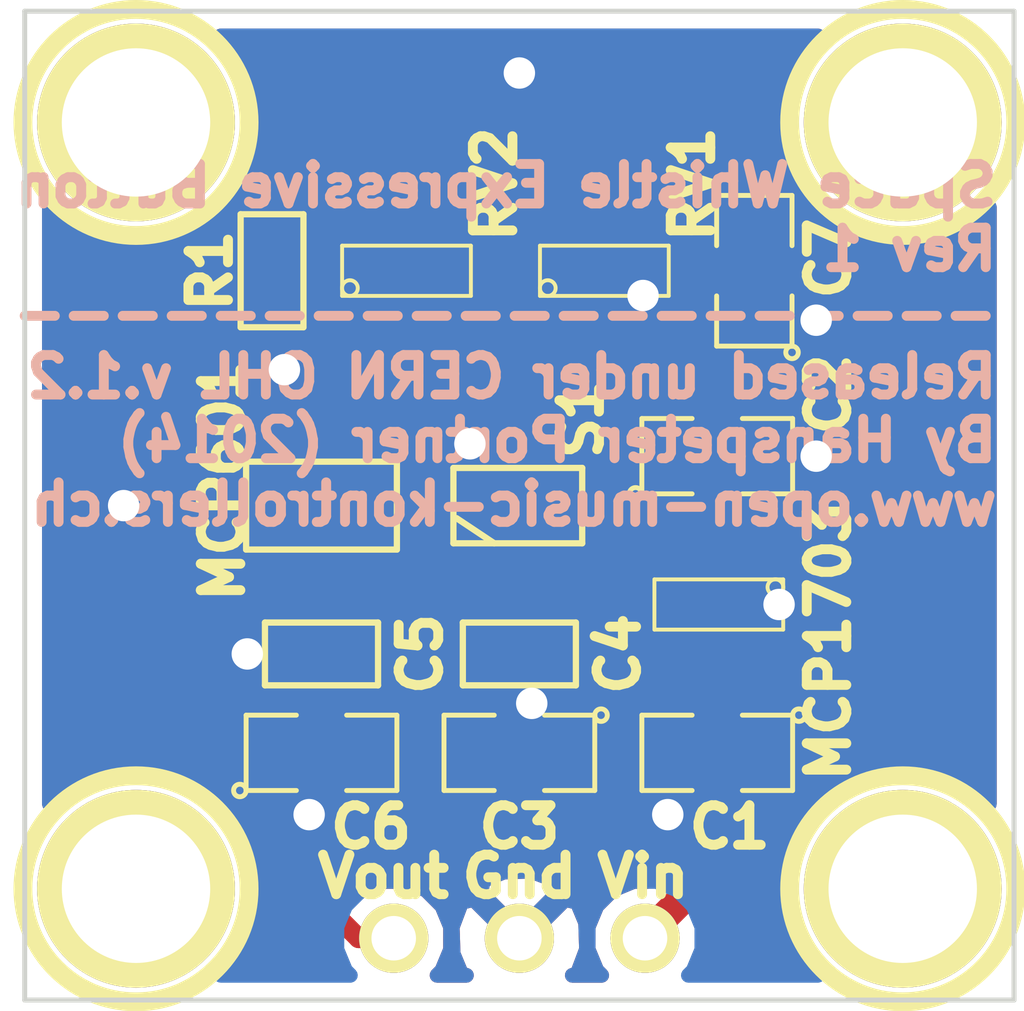
<source format=kicad_pcb>
(kicad_pcb (version 3) (host pcbnew "(2013-may-18)-stable")

  (general
    (links 29)
    (no_connects 0)
    (area 11.519499 10.313 32.480501 34.57397)
    (thickness 1.6)
    (drawings 8)
    (tracks 91)
    (zones 0)
    (modules 18)
    (nets 8)
  )

  (page User 431.8 279.4)
  (title_block 
    (title "Space Whistle Expressive Button")
    (rev 1)
    (company "by Open Music Kontrollers (http://open-music-kontrollers.ch)")
    (comment 1 "Released under CERN OHL v.1.2")
    (comment 2 "Copyright (c) 2014 Hanspeter Portner (dev@open-music-kontrollers.ch)")
  )

  (layers
    (15 F.Cu signal)
    (0 B.Cu signal)
    (16 B.Adhes user)
    (17 F.Adhes user)
    (18 B.Paste user)
    (19 F.Paste user)
    (20 B.SilkS user)
    (21 F.SilkS user)
    (22 B.Mask user)
    (23 F.Mask user)
    (24 Dwgs.User user)
    (25 Cmts.User user)
    (26 Eco1.User user)
    (27 Eco2.User user)
    (28 Edge.Cuts user)
  )

  (setup
    (last_trace_width 0.4)
    (trace_clearance 0.254)
    (zone_clearance 0.3)
    (zone_45_only no)
    (trace_min 0.254)
    (segment_width 0.2)
    (edge_width 0.1)
    (via_size 0.889)
    (via_drill 0.635)
    (via_min_size 0.889)
    (via_min_drill 0.508)
    (uvia_size 0.508)
    (uvia_drill 0.127)
    (uvias_allowed no)
    (uvia_min_size 0.508)
    (uvia_min_drill 0.127)
    (pcb_text_width 0.3)
    (pcb_text_size 1.5 1.5)
    (mod_edge_width 0.15)
    (mod_text_size 1 1)
    (mod_text_width 0.15)
    (pad_size 0.6 1.1)
    (pad_drill 0)
    (pad_to_mask_clearance 0)
    (pad_to_paste_clearance -0.0225)
    (pad_to_paste_clearance_ratio -0.05)
    (aux_axis_origin 12 12)
    (visible_elements FFFFFFBF)
    (pcbplotparams
      (layerselection 524288)
      (usegerberextensions false)
      (excludeedgelayer true)
      (linewidth 0.150000)
      (plotframeref false)
      (viasonmask false)
      (mode 1)
      (useauxorigin true)
      (hpglpennumber 1)
      (hpglpenspeed 20)
      (hpglpendiameter 15)
      (hpglpenoverlay 2)
      (psnegative false)
      (psa4output false)
      (plotreference true)
      (plotvalue true)
      (plotothertext true)
      (plotinvisibletext false)
      (padsonsilk false)
      (subtractmaskfromsilk false)
      (outputformat 3)
      (mirror false)
      (drillshape 0)
      (scaleselection 1)
      (outputdirectory release/))
  )

  (net 0 "")
  (net 1 +3.3V)
  (net 2 +5V)
  (net 3 GND)
  (net 4 N-000001)
  (net 5 N-000004)
  (net 6 N-000006)
  (net 7 N-000009)

  (net_class Default "Dies ist die voreingestellte Netzklasse."
    (clearance 0.254)
    (trace_width 0.4)
    (via_dia 0.889)
    (via_drill 0.635)
    (uvia_dia 0.508)
    (uvia_drill 0.127)
    (add_net "")
    (add_net GND)
    (add_net N-000001)
    (add_net N-000004)
    (add_net N-000006)
    (add_net N-000009)
  )

  (net_class Vcc ""
    (clearance 0.254)
    (trace_width 0.6)
    (via_dia 0.889)
    (via_drill 0.635)
    (uvia_dia 0.508)
    (uvia_drill 0.127)
    (add_net +3.3V)
    (add_net +5V)
  )

  (module SOT23-5 (layer F.Cu) (tedit 53D790C5) (tstamp 53D37949)
    (at 18 22 180)
    (path /53CE8D39)
    (attr smd)
    (fp_text reference U2 (at 2.19964 -0.29972 270) (layer F.SilkS) hide
      (effects (font (size 0.8 0.8) (thickness 0.2)))
    )
    (fp_text value MCP601 (at 2 0.5 270) (layer F.SilkS)
      (effects (font (size 0.8 0.8) (thickness 0.2)))
    )
    (fp_line (start 1.524 -0.889) (end 1.524 0.889) (layer F.SilkS) (width 0.127))
    (fp_line (start 1.524 0.889) (end -1.524 0.889) (layer F.SilkS) (width 0.127))
    (fp_line (start -1.524 0.889) (end -1.524 -0.889) (layer F.SilkS) (width 0.127))
    (fp_line (start -1.524 -0.889) (end 1.524 -0.889) (layer F.SilkS) (width 0.127))
    (pad 6 smd rect (at -0.95 1.4 180) (size 0.6 1.1)
      (layers F.Cu F.Paste F.Mask)
      (net 4 N-000001)
    )
    (pad 3 smd rect (at 0.95 1.4 180) (size 0.6 1.1)
      (layers F.Cu F.Paste F.Mask)
      (net 7 N-000009)
    )
    (pad 7 smd rect (at -0.95 -1.4 180) (size 0.6 1.1)
      (layers F.Cu F.Paste F.Mask)
      (net 1 +3.3V)
    )
    (pad 4 smd rect (at 0 1.4 180) (size 0.6 1.1)
      (layers F.Cu F.Paste F.Mask)
      (net 3 GND)
    )
    (pad 2 smd rect (at 0.95 -1.4 180) (size 0.6 1.1)
      (layers F.Cu F.Paste F.Mask)
      (net 6 N-000006)
    )
    (model smd/SOT23_5.wrl
      (at (xyz 0 0 0))
      (scale (xyz 0.1 0.1 0.1))
      (rotate (xyz 0 0 0))
    )
  )

  (module SIL-3 (layer F.Cu) (tedit 53D66564) (tstamp 53CE9FBA)
    (at 22 30.75 180)
    (descr "Connecteur 3 pins")
    (tags "CONN DEV")
    (path /53CE9026)
    (fp_text reference K1 (at 0 -2.54 180) (layer F.SilkS) hide
      (effects (font (size 1.7907 1.07696) (thickness 0.26924)))
    )
    (fp_text value CONN_3 (at 0 -2.54 180) (layer F.SilkS) hide
      (effects (font (size 1.524 1.016) (thickness 0.3048)))
    )
    (pad 1 thru_hole circle (at -2.54 0 180) (size 1.4 1.4) (drill 0.9)
      (layers *.Cu *.Mask F.SilkS)
      (net 2 +5V)
    )
    (pad 2 thru_hole circle (at 0 0 180) (size 1.4 1.4) (drill 0.9)
      (layers *.Cu *.Mask F.SilkS)
      (net 3 GND)
    )
    (pad 3 thru_hole circle (at 2.54 0 180) (size 1.4 1.4) (drill 0.9)
      (layers *.Cu *.Mask F.SilkS)
      (net 4 N-000001)
    )
  )

  (module SOT23 (layer F.Cu) (tedit 53D6AFDC) (tstamp 53CE9F2B)
    (at 26 24 180)
    (tags SOT23)
    (path /53CE8DFC)
    (fp_text reference U1 (at 1.99898 -0.09906 270) (layer F.SilkS) hide
      (effects (font (size 0.8 0.8) (thickness 0.2)))
    )
    (fp_text value MCP1703 (at -2.25 -0.75 270) (layer F.SilkS)
      (effects (font (size 0.8 0.8) (thickness 0.2)))
    )
    (fp_circle (center -1.17602 0.35052) (end -1.30048 0.44958) (layer F.SilkS) (width 0.07874))
    (fp_line (start 1.27 -0.508) (end 1.27 0.508) (layer F.SilkS) (width 0.07874))
    (fp_line (start -1.3335 -0.508) (end -1.3335 0.508) (layer F.SilkS) (width 0.07874))
    (fp_line (start 1.27 0.508) (end -1.3335 0.508) (layer F.SilkS) (width 0.07874))
    (fp_line (start -1.3335 -0.508) (end 1.27 -0.508) (layer F.SilkS) (width 0.07874))
    (pad 1 smd rect (at 0 -1.09982 180) (size 0.8001 1.00076)
      (layers F.Cu F.Paste F.Mask)
      (net 2 +5V)
    )
    (pad 2 smd rect (at 0.9525 1.09982 180) (size 0.8001 1.00076)
      (layers F.Cu F.Paste F.Mask)
      (net 1 +3.3V)
    )
    (pad 3 smd rect (at -0.9525 1.09982 180) (size 0.8001 1.00076)
      (layers F.Cu F.Paste F.Mask)
      (net 3 GND)
    )
    (model smd\SOT23_3.wrl
      (at (xyz 0 0 0))
      (scale (xyz 0.4 0.4 0.4))
      (rotate (xyz 0 0 180))
    )
  )

  (module SM0805 (layer F.Cu) (tedit 53D66531) (tstamp 53CE9F76)
    (at 26.75 17.25 90)
    (path /53CE912B)
    (attr smd)
    (fp_text reference C7 (at 0.25 1.5 90) (layer F.SilkS)
      (effects (font (size 0.8 0.8) (thickness 0.2)))
    )
    (fp_text value 1uF (at 0 0.381 90) (layer F.SilkS) hide
      (effects (font (size 0.8 0.8) (thickness 0.2)))
    )
    (fp_circle (center -1.651 0.762) (end -1.651 0.635) (layer F.SilkS) (width 0.09906))
    (fp_line (start -0.508 0.762) (end -1.524 0.762) (layer F.SilkS) (width 0.09906))
    (fp_line (start -1.524 0.762) (end -1.524 -0.762) (layer F.SilkS) (width 0.09906))
    (fp_line (start -1.524 -0.762) (end -0.508 -0.762) (layer F.SilkS) (width 0.09906))
    (fp_line (start 0.508 -0.762) (end 1.524 -0.762) (layer F.SilkS) (width 0.09906))
    (fp_line (start 1.524 -0.762) (end 1.524 0.762) (layer F.SilkS) (width 0.09906))
    (fp_line (start 1.524 0.762) (end 0.508 0.762) (layer F.SilkS) (width 0.09906))
    (pad 1 smd rect (at -0.9525 0 90) (size 0.889 1.397)
      (layers F.Cu F.Paste F.Mask)
      (net 3 GND)
    )
    (pad 2 smd rect (at 0.9525 0 90) (size 0.889 1.397)
      (layers F.Cu F.Paste F.Mask)
      (net 5 N-000004)
    )
    (model smd/chip_cms.wrl
      (at (xyz 0 0 0))
      (scale (xyz 0.1 0.1 0.1))
      (rotate (xyz 0 0 0))
    )
  )

  (module SM0805 (layer F.Cu) (tedit 53D66083) (tstamp 53D6BACD)
    (at 22 27 180)
    (path /53CE9158)
    (attr smd)
    (fp_text reference C3 (at 0 -1.5 180) (layer F.SilkS)
      (effects (font (size 0.8 0.8) (thickness 0.2)))
    )
    (fp_text value 1uF (at 0 0.381 270) (layer F.SilkS) hide
      (effects (font (size 0.8 0.8) (thickness 0.2)))
    )
    (fp_circle (center -1.651 0.762) (end -1.651 0.635) (layer F.SilkS) (width 0.09906))
    (fp_line (start -0.508 0.762) (end -1.524 0.762) (layer F.SilkS) (width 0.09906))
    (fp_line (start -1.524 0.762) (end -1.524 -0.762) (layer F.SilkS) (width 0.09906))
    (fp_line (start -1.524 -0.762) (end -0.508 -0.762) (layer F.SilkS) (width 0.09906))
    (fp_line (start 0.508 -0.762) (end 1.524 -0.762) (layer F.SilkS) (width 0.09906))
    (fp_line (start 1.524 -0.762) (end 1.524 0.762) (layer F.SilkS) (width 0.09906))
    (fp_line (start 1.524 0.762) (end 0.508 0.762) (layer F.SilkS) (width 0.09906))
    (pad 1 smd rect (at -0.9525 0 180) (size 0.889 1.397)
      (layers F.Cu F.Paste F.Mask)
      (net 3 GND)
    )
    (pad 2 smd rect (at 0.9525 0 180) (size 0.889 1.397)
      (layers F.Cu F.Paste F.Mask)
      (net 1 +3.3V)
    )
    (model smd/chip_cms.wrl
      (at (xyz 0 0 0))
      (scale (xyz 0.1 0.1 0.1))
      (rotate (xyz 0 0 0))
    )
  )

  (module SM0805 (layer F.Cu) (tedit 53D6651F) (tstamp 53D6BAA3)
    (at 18 27)
    (path /53CE9167)
    (attr smd)
    (fp_text reference C6 (at 1 1.5) (layer F.SilkS)
      (effects (font (size 0.8 0.8) (thickness 0.2)))
    )
    (fp_text value 1uF (at 0 0.381) (layer F.SilkS) hide
      (effects (font (size 0.8 0.8) (thickness 0.2)))
    )
    (fp_circle (center -1.651 0.762) (end -1.651 0.635) (layer F.SilkS) (width 0.09906))
    (fp_line (start -0.508 0.762) (end -1.524 0.762) (layer F.SilkS) (width 0.09906))
    (fp_line (start -1.524 0.762) (end -1.524 -0.762) (layer F.SilkS) (width 0.09906))
    (fp_line (start -1.524 -0.762) (end -0.508 -0.762) (layer F.SilkS) (width 0.09906))
    (fp_line (start 0.508 -0.762) (end 1.524 -0.762) (layer F.SilkS) (width 0.09906))
    (fp_line (start 1.524 -0.762) (end 1.524 0.762) (layer F.SilkS) (width 0.09906))
    (fp_line (start 1.524 0.762) (end 0.508 0.762) (layer F.SilkS) (width 0.09906))
    (pad 1 smd rect (at -0.9525 0) (size 0.889 1.397)
      (layers F.Cu F.Paste F.Mask)
      (net 3 GND)
    )
    (pad 2 smd rect (at 0.9525 0) (size 0.889 1.397)
      (layers F.Cu F.Paste F.Mask)
      (net 1 +3.3V)
    )
    (model smd/chip_cms.wrl
      (at (xyz 0 0 0))
      (scale (xyz 0.1 0.1 0.1))
      (rotate (xyz 0 0 0))
    )
  )

  (module SM0603 (layer F.Cu) (tedit 53D6612F) (tstamp 53CE9F9A)
    (at 22 25 180)
    (path /53CE8FCC)
    (attr smd)
    (fp_text reference C4 (at -2 0 270) (layer F.SilkS)
      (effects (font (size 0.8 0.8) (thickness 0.2)))
    )
    (fp_text value 0.1uF (at 0 0 180) (layer F.SilkS) hide
      (effects (font (size 0.508 0.4572) (thickness 0.1143)))
    )
    (fp_line (start -1.143 -0.635) (end 1.143 -0.635) (layer F.SilkS) (width 0.127))
    (fp_line (start 1.143 -0.635) (end 1.143 0.635) (layer F.SilkS) (width 0.127))
    (fp_line (start 1.143 0.635) (end -1.143 0.635) (layer F.SilkS) (width 0.127))
    (fp_line (start -1.143 0.635) (end -1.143 -0.635) (layer F.SilkS) (width 0.127))
    (pad 1 smd rect (at -0.762 0 180) (size 0.635 1.143)
      (layers F.Cu F.Paste F.Mask)
      (net 3 GND)
    )
    (pad 2 smd rect (at 0.762 0 180) (size 0.635 1.143)
      (layers F.Cu F.Paste F.Mask)
      (net 1 +3.3V)
    )
    (model smd\resistors\R0603.wrl
      (at (xyz 0 0 0.001))
      (scale (xyz 0.5 0.5 0.5))
      (rotate (xyz 0 0 0))
    )
  )

  (module SM0603 (layer F.Cu) (tedit 53D66134) (tstamp 53D37927)
    (at 18 25)
    (path /53CE8FEF)
    (attr smd)
    (fp_text reference C5 (at 2 0 90) (layer F.SilkS)
      (effects (font (size 0.8 0.8) (thickness 0.2)))
    )
    (fp_text value 0.1uF (at 0 0) (layer F.SilkS) hide
      (effects (font (size 0.508 0.4572) (thickness 0.1143)))
    )
    (fp_line (start -1.143 -0.635) (end 1.143 -0.635) (layer F.SilkS) (width 0.127))
    (fp_line (start 1.143 -0.635) (end 1.143 0.635) (layer F.SilkS) (width 0.127))
    (fp_line (start 1.143 0.635) (end -1.143 0.635) (layer F.SilkS) (width 0.127))
    (fp_line (start -1.143 0.635) (end -1.143 -0.635) (layer F.SilkS) (width 0.127))
    (pad 1 smd rect (at -0.762 0) (size 0.635 1.143)
      (layers F.Cu F.Paste F.Mask)
      (net 3 GND)
    )
    (pad 2 smd rect (at 0.762 0) (size 0.635 1.143)
      (layers F.Cu F.Paste F.Mask)
      (net 1 +3.3V)
    )
    (model smd\resistors\R0603.wrl
      (at (xyz 0 0 0.001))
      (scale (xyz 0.5 0.5 0.5))
      (rotate (xyz 0 0 0))
    )
  )

  (module SM0603 (layer F.Cu) (tedit 53D661A8) (tstamp 53CE9FAE)
    (at 17 17.25 270)
    (path /53CE90E8)
    (attr smd)
    (fp_text reference R1 (at 0 1.25 270) (layer F.SilkS)
      (effects (font (size 0.8 0.8) (thickness 0.2)))
    )
    (fp_text value 20k (at 0 0 270) (layer F.SilkS) hide
      (effects (font (size 0.508 0.4572) (thickness 0.1143)))
    )
    (fp_line (start -1.143 -0.635) (end 1.143 -0.635) (layer F.SilkS) (width 0.127))
    (fp_line (start 1.143 -0.635) (end 1.143 0.635) (layer F.SilkS) (width 0.127))
    (fp_line (start 1.143 0.635) (end -1.143 0.635) (layer F.SilkS) (width 0.127))
    (fp_line (start -1.143 0.635) (end -1.143 -0.635) (layer F.SilkS) (width 0.127))
    (pad 1 smd rect (at -0.762 0 270) (size 0.635 1.143)
      (layers F.Cu F.Paste F.Mask)
      (net 5 N-000004)
    )
    (pad 2 smd rect (at 0.762 0 270) (size 0.635 1.143)
      (layers F.Cu F.Paste F.Mask)
      (net 6 N-000006)
    )
    (model smd\resistors\R0603.wrl
      (at (xyz 0 0 0.001))
      (scale (xyz 0.5 0.5 0.5))
      (rotate (xyz 0 0 0))
    )
  )

  (module SOT23W (layer F.Cu) (tedit 53D661C7) (tstamp 53CE9F37)
    (at 22 22)
    (tags SOT23)
    (path /53CE8E13)
    (fp_text reference S1 (at 1.25 -1.75 90) (layer F.SilkS)
      (effects (font (size 0.8 0.8) (thickness 0.2)))
    )
    (fp_text value A1304 (at 0.0635 0) (layer F.SilkS) hide
      (effects (font (size 0.39878 0.39878) (thickness 0.09906)))
    )
    (fp_line (start -0.508 0.762) (end -1.27 0.254) (layer F.SilkS) (width 0.127))
    (fp_line (start 1.27 0.762) (end -1.3335 0.762) (layer F.SilkS) (width 0.127))
    (fp_line (start -1.3335 0.762) (end -1.3335 -0.762) (layer F.SilkS) (width 0.127))
    (fp_line (start -1.3335 -0.762) (end 1.27 -0.762) (layer F.SilkS) (width 0.127))
    (fp_line (start 1.27 -0.762) (end 1.27 0.762) (layer F.SilkS) (width 0.127))
    (pad 2 smd rect (at 0 -1.19888) (size 0.89916 1.30048)
      (layers F.Cu F.Paste F.Mask)
      (net 3 GND)
    )
    (pad 3 smd rect (at 0.94996 1.19888) (size 0.89916 1.30048)
      (layers F.Cu F.Paste F.Mask)
      (net 7 N-000009)
    )
    (pad 1 smd rect (at -0.94996 1.19888) (size 0.89916 1.30048)
      (layers F.Cu F.Paste F.Mask)
      (net 1 +3.3V)
    )
    (model smd\SOT23_3.wrl
      (at (xyz 0 0 0))
      (scale (xyz 0.4 0.4 0.4))
      (rotate (xyz 0 0 180))
    )
  )

  (module SMT_TRIMPOT (layer F.Cu) (tedit 53D66191) (tstamp 53CE9F43)
    (at 23.75 17.25)
    (tags SOT23)
    (path /53CE9085)
    (fp_text reference RV1 (at 1.75 -1.75 90) (layer F.SilkS)
      (effects (font (size 0.8 0.8) (thickness 0.2)))
    )
    (fp_text value 5k (at 0.0635 0) (layer F.SilkS) hide
      (effects (font (size 0.8 0.8) (thickness 0.2)))
    )
    (fp_circle (center -1.17602 0.35052) (end -1.30048 0.44958) (layer F.SilkS) (width 0.07874))
    (fp_line (start 1.27 -0.508) (end 1.27 0.508) (layer F.SilkS) (width 0.07874))
    (fp_line (start -1.3335 -0.508) (end -1.3335 0.508) (layer F.SilkS) (width 0.07874))
    (fp_line (start 1.27 0.508) (end -1.3335 0.508) (layer F.SilkS) (width 0.07874))
    (fp_line (start -1.3335 -0.508) (end 1.27 -0.508) (layer F.SilkS) (width 0.07874))
    (pad 2 smd rect (at 0 -1.65) (size 1.6 1.5)
      (layers F.Cu F.Paste F.Mask)
      (net 5 N-000004)
    )
    (pad 3 smd rect (at 1 1.6) (size 1.2 1.2)
      (layers F.Cu F.Paste F.Mask)
      (net 3 GND)
    )
    (pad 1 smd rect (at -1 1.6) (size 1.2 1.2)
      (layers F.Cu F.Paste F.Mask)
      (net 1 +3.3V)
    )
    (model smd\SOT23_3.wrl
      (at (xyz 0 0 0))
      (scale (xyz 0.4 0.4 0.4))
      (rotate (xyz 0 0 180))
    )
  )

  (module SMT_TRIMPOT (layer F.Cu) (tedit 53D6618E) (tstamp 53D3796B)
    (at 19.75 17.25)
    (tags SOT23)
    (path /53CE90BC)
    (fp_text reference RV2 (at 1.75 -1.75 90) (layer F.SilkS)
      (effects (font (size 0.8 0.8) (thickness 0.2)))
    )
    (fp_text value 200k (at 0.0635 0) (layer F.SilkS) hide
      (effects (font (size 0.8 0.8) (thickness 0.2)))
    )
    (fp_circle (center -1.17602 0.35052) (end -1.30048 0.44958) (layer F.SilkS) (width 0.07874))
    (fp_line (start 1.27 -0.508) (end 1.27 0.508) (layer F.SilkS) (width 0.07874))
    (fp_line (start -1.3335 -0.508) (end -1.3335 0.508) (layer F.SilkS) (width 0.07874))
    (fp_line (start 1.27 0.508) (end -1.3335 0.508) (layer F.SilkS) (width 0.07874))
    (fp_line (start -1.3335 -0.508) (end 1.27 -0.508) (layer F.SilkS) (width 0.07874))
    (pad 2 smd rect (at 0 -1.65) (size 1.6 1.5)
      (layers F.Cu F.Paste F.Mask)
      (net 4 N-000001)
    )
    (pad 3 smd rect (at 1 1.6) (size 1.2 1.2)
      (layers F.Cu F.Paste F.Mask)
      (net 4 N-000001)
    )
    (pad 1 smd rect (at -1 1.6) (size 1.2 1.2)
      (layers F.Cu F.Paste F.Mask)
      (net 6 N-000006)
    )
    (model smd\SOT23_3.wrl
      (at (xyz 0 0 0))
      (scale (xyz 0.4 0.4 0.4))
      (rotate (xyz 0 0 180))
    )
  )

  (module SM0805 (layer F.Cu) (tedit 53D66524) (tstamp 53D6BABF)
    (at 26 27 180)
    (path /53CE8F5B)
    (attr smd)
    (fp_text reference C1 (at -0.25 -1.5 180) (layer F.SilkS)
      (effects (font (size 0.8 0.8) (thickness 0.2)))
    )
    (fp_text value 10uF (at 0 0.381 180) (layer F.SilkS) hide
      (effects (font (size 0.8 0.8) (thickness 0.2)))
    )
    (fp_circle (center -1.651 0.762) (end -1.651 0.635) (layer F.SilkS) (width 0.09906))
    (fp_line (start -0.508 0.762) (end -1.524 0.762) (layer F.SilkS) (width 0.09906))
    (fp_line (start -1.524 0.762) (end -1.524 -0.762) (layer F.SilkS) (width 0.09906))
    (fp_line (start -1.524 -0.762) (end -0.508 -0.762) (layer F.SilkS) (width 0.09906))
    (fp_line (start 0.508 -0.762) (end 1.524 -0.762) (layer F.SilkS) (width 0.09906))
    (fp_line (start 1.524 -0.762) (end 1.524 0.762) (layer F.SilkS) (width 0.09906))
    (fp_line (start 1.524 0.762) (end 0.508 0.762) (layer F.SilkS) (width 0.09906))
    (pad 1 smd rect (at -0.9525 0 180) (size 0.889 1.397)
      (layers F.Cu F.Paste F.Mask)
      (net 2 +5V)
    )
    (pad 2 smd rect (at 0.9525 0 180) (size 0.889 1.397)
      (layers F.Cu F.Paste F.Mask)
      (net 3 GND)
    )
    (model smd/chip_cms.wrl
      (at (xyz 0 0 0))
      (scale (xyz 0.1 0.1 0.1))
      (rotate (xyz 0 0 0))
    )
  )

  (module SM0805 (layer F.Cu) (tedit 53D66534) (tstamp 53CE9F69)
    (at 26 21)
    (path /53CE8F6A)
    (attr smd)
    (fp_text reference C2 (at 2.25 -1.25 90) (layer F.SilkS)
      (effects (font (size 0.8 0.8) (thickness 0.2)))
    )
    (fp_text value 10uF (at 0 0.381) (layer F.SilkS) hide
      (effects (font (size 0.8 0.8) (thickness 0.2)))
    )
    (fp_circle (center -1.651 0.762) (end -1.651 0.635) (layer F.SilkS) (width 0.09906))
    (fp_line (start -0.508 0.762) (end -1.524 0.762) (layer F.SilkS) (width 0.09906))
    (fp_line (start -1.524 0.762) (end -1.524 -0.762) (layer F.SilkS) (width 0.09906))
    (fp_line (start -1.524 -0.762) (end -0.508 -0.762) (layer F.SilkS) (width 0.09906))
    (fp_line (start 0.508 -0.762) (end 1.524 -0.762) (layer F.SilkS) (width 0.09906))
    (fp_line (start 1.524 -0.762) (end 1.524 0.762) (layer F.SilkS) (width 0.09906))
    (fp_line (start 1.524 0.762) (end 0.508 0.762) (layer F.SilkS) (width 0.09906))
    (pad 1 smd rect (at -0.9525 0) (size 0.889 1.397)
      (layers F.Cu F.Paste F.Mask)
      (net 1 +3.3V)
    )
    (pad 2 smd rect (at 0.9525 0) (size 0.889 1.397)
      (layers F.Cu F.Paste F.Mask)
      (net 3 GND)
    )
    (model smd/chip_cms.wrl
      (at (xyz 0 0 0))
      (scale (xyz 0.1 0.1 0.1))
      (rotate (xyz 0 0 0))
    )
  )

  (module 1pin (layer F.Cu) (tedit 53D6578F) (tstamp 53D6B83F)
    (at 29.75 14.25)
    (descr "module 1 pin (ou trou mecanique de percage)")
    (tags DEV)
    (path 1pin)
    (fp_text reference 1PIN (at 0 -3.048) (layer F.SilkS) hide
      (effects (font (size 1.016 1.016) (thickness 0.254)))
    )
    (fp_text value P*** (at 0 2.794) (layer F.SilkS) hide
      (effects (font (size 1.016 1.016) (thickness 0.254)))
    )
    (fp_circle (center 0 0) (end 0 -2.286) (layer F.SilkS) (width 0.381))
    (pad "" thru_hole circle (at 0 0) (size 4 4) (drill 3)
      (layers *.Cu *.Mask F.SilkS)
    )
  )

  (module 1pin (layer F.Cu) (tedit 53D6578C) (tstamp 53D6B85E)
    (at 14.25 14.25)
    (descr "module 1 pin (ou trou mecanique de percage)")
    (tags DEV)
    (path 1pin)
    (fp_text reference 1PIN (at 0 -3.048) (layer F.SilkS) hide
      (effects (font (size 1.016 1.016) (thickness 0.254)))
    )
    (fp_text value P*** (at 0 2.794) (layer F.SilkS) hide
      (effects (font (size 1.016 1.016) (thickness 0.254)))
    )
    (fp_circle (center 0 0) (end 0 -2.286) (layer F.SilkS) (width 0.381))
    (pad "" thru_hole circle (at 0 0) (size 4 4) (drill 3)
      (layers *.Cu *.Mask F.SilkS)
    )
  )

  (module 1pin (layer F.Cu) (tedit 53D65795) (tstamp 53D6B886)
    (at 14.25 29.75)
    (descr "module 1 pin (ou trou mecanique de percage)")
    (tags DEV)
    (path 1pin)
    (fp_text reference 1PIN (at 0 -3.048) (layer F.SilkS) hide
      (effects (font (size 1.016 1.016) (thickness 0.254)))
    )
    (fp_text value P*** (at 0 2.794) (layer F.SilkS) hide
      (effects (font (size 1.016 1.016) (thickness 0.254)))
    )
    (fp_circle (center 0 0) (end 0 -2.286) (layer F.SilkS) (width 0.381))
    (pad "" thru_hole circle (at 0 0) (size 4 4) (drill 3)
      (layers *.Cu *.Mask F.SilkS)
    )
  )

  (module 1pin (layer F.Cu) (tedit 53D65792) (tstamp 53D6B891)
    (at 29.75 29.75)
    (descr "module 1 pin (ou trou mecanique de percage)")
    (tags DEV)
    (path 1pin)
    (fp_text reference 1PIN (at 0 -3.048) (layer F.SilkS) hide
      (effects (font (size 1.016 1.016) (thickness 0.254)))
    )
    (fp_text value P*** (at 0 2.794) (layer F.SilkS) hide
      (effects (font (size 1.016 1.016) (thickness 0.254)))
    )
    (fp_circle (center 0 0) (end 0 -2.286) (layer F.SilkS) (width 0.381))
    (pad "" thru_hole circle (at 0 0) (size 4 4) (drill 3)
      (layers *.Cu *.Mask F.SilkS)
    )
  )

  (gr_text "Space Whistle Expressive Button\nRev 1\n--------------------\nReleased under CERN OHL v.1.2\nBy Hanspeter Portner (2014)\nwww.open-music-kontrollers.ch" (at 31.75 18.75) (layer B.SilkS)
    (effects (font (size 0.8 0.8) (thickness 0.2)) (justify left mirror))
  )
  (gr_text Vin (at 24.5 29.5) (layer F.SilkS)
    (effects (font (size 0.8 0.8) (thickness 0.2)))
  )
  (gr_text Gnd (at 22 29.5) (layer F.SilkS)
    (effects (font (size 0.8 0.8) (thickness 0.2)))
  )
  (gr_text Vout (at 19.25 29.5) (layer F.SilkS)
    (effects (font (size 0.8 0.8) (thickness 0.2)))
  )
  (gr_line (start 32 12) (end 32 32) (angle 90) (layer Edge.Cuts) (width 0.1))
  (gr_line (start 12 12) (end 32 12) (angle 90) (layer Edge.Cuts) (width 0.1))
  (gr_line (start 12 32) (end 12 12) (angle 90) (layer Edge.Cuts) (width 0.1))
  (gr_line (start 32 32) (end 12 32) (angle 90) (layer Edge.Cuts) (width 0.1))

  (segment (start 21.238 25) (end 21.238 26.8095) (width 0.6) (layer F.Cu) (net 1))
  (segment (start 21.238 26.8095) (end 21.0475 27) (width 0.6) (layer F.Cu) (net 1) (tstamp 53D79D62))
  (segment (start 21.238 25) (end 21.238 23.38684) (width 0.6) (layer F.Cu) (net 1))
  (segment (start 21.238 23.38684) (end 21.05004 23.19888) (width 0.6) (layer F.Cu) (net 1) (tstamp 53D79D5F))
  (segment (start 18.762 25) (end 18.762 23.588) (width 0.6) (layer F.Cu) (net 1))
  (segment (start 18.762 23.588) (end 18.95 23.4) (width 0.6) (layer F.Cu) (net 1) (tstamp 53D79D5C))
  (segment (start 18.762 25) (end 18.762 26.8095) (width 0.6) (layer F.Cu) (net 1))
  (segment (start 18.762 26.8095) (end 18.9525 27) (width 0.6) (layer F.Cu) (net 1) (tstamp 53D79D58))
  (segment (start 25.0475 22.90018) (end 25.0475 21) (width 0.6) (layer F.Cu) (net 1))
  (segment (start 25.0475 21) (end 24.9 21) (width 0.6) (layer F.Cu) (net 1))
  (segment (start 24.9 21) (end 22.75 18.85) (width 0.6) (layer F.Cu) (net 1) (tstamp 53D79D4C))
  (segment (start 21.75 28.5) (end 23.5 28.5) (width 0.6) (layer F.Cu) (net 1))
  (segment (start 24 23.94768) (end 25.0475 22.90018) (width 0.6) (layer F.Cu) (net 1) (tstamp 53D6554E))
  (segment (start 24 28) (end 24 23.94768) (width 0.6) (layer F.Cu) (net 1) (tstamp 53D6554D))
  (segment (start 23.5 28.5) (end 24 28) (width 0.6) (layer F.Cu) (net 1) (tstamp 53D6554C))
  (segment (start 21.75 28.5) (end 20.4525 28.5) (width 0.6) (layer F.Cu) (net 1))
  (segment (start 20.4525 28.5) (end 18.9525 27) (width 0.6) (layer F.Cu) (net 1) (tstamp 53D653F2))
  (segment (start 21.0475 27) (end 21.0475 27.7975) (width 0.6) (layer F.Cu) (net 1))
  (segment (start 21.0475 27.7975) (end 21.75 28.5) (width 0.6) (layer F.Cu) (net 1) (tstamp 53D38D6F))
  (segment (start 26.9525 27) (end 26.9525 26.05232) (width 0.6) (layer F.Cu) (net 2))
  (segment (start 26.9525 26.05232) (end 26 25.09982) (width 0.6) (layer F.Cu) (net 2) (tstamp 53D79D49))
  (segment (start 24.54 30.75) (end 24.54 30.71) (width 0.6) (layer F.Cu) (net 2))
  (segment (start 26.9525 28.2975) (end 26.9525 27) (width 0.6) (layer F.Cu) (net 2) (tstamp 53D79D46))
  (segment (start 24.54 30.71) (end 26.9525 28.2975) (width 0.6) (layer F.Cu) (net 2) (tstamp 53D79D45))
  (segment (start 18 20.6) (end 18 20) (width 0.254) (layer F.Cu) (net 3))
  (via (at 14 22) (size 0.889) (layers F.Cu B.Cu) (net 3))
  (segment (start 14.5 22) (end 14 22) (width 0.254) (layer B.Cu) (net 3) (tstamp 53D79167))
  (segment (start 17.25 19.25) (end 14.5 22) (width 0.254) (layer B.Cu) (net 3) (tstamp 53D79166))
  (via (at 17.25 19.25) (size 0.889) (layers F.Cu B.Cu) (net 3))
  (segment (start 18 20) (end 17.25 19.25) (width 0.254) (layer F.Cu) (net 3) (tstamp 53D79163))
  (segment (start 26.9525 22.90018) (end 26.9525 23.7025) (width 0.254) (layer F.Cu) (net 3))
  (via (at 27.25 24) (size 0.889) (layers F.Cu B.Cu) (net 3))
  (segment (start 26.9525 23.7025) (end 27.25 24) (width 0.254) (layer F.Cu) (net 3) (tstamp 53D6BE9F))
  (segment (start 17.238 25) (end 16.5 25) (width 0.254) (layer F.Cu) (net 3))
  (via (at 16.5 25) (size 0.889) (layers F.Cu B.Cu) (net 3))
  (segment (start 24.5 17.75) (end 24.5 15.75) (width 0.254) (layer B.Cu) (net 3))
  (segment (start 24.75 18) (end 24.5 17.75) (width 0.254) (layer F.Cu) (net 3) (tstamp 53D6BD5C))
  (via (at 24.5 17.75) (size 0.889) (layers F.Cu B.Cu) (net 3))
  (segment (start 24.75 18.85) (end 24.75 18) (width 0.254) (layer F.Cu) (net 3))
  (via (at 22 13.25) (size 0.889) (layers F.Cu B.Cu) (net 3))
  (segment (start 24.5 15.75) (end 22 13.25) (width 0.254) (layer B.Cu) (net 3) (tstamp 53D6BD70))
  (segment (start 17.0475 27) (end 17.0475 27.5475) (width 0.254) (layer F.Cu) (net 3))
  (via (at 17.75 28.25) (size 0.889) (layers F.Cu B.Cu) (net 3))
  (segment (start 17.0475 27.5475) (end 17.75 28.25) (width 0.254) (layer F.Cu) (net 3) (tstamp 53D6BD57))
  (segment (start 25.0475 27) (end 25.0475 28.2025) (width 0.254) (layer F.Cu) (net 3))
  (via (at 25 28.25) (size 0.889) (layers F.Cu B.Cu) (net 3))
  (segment (start 25.0475 28.2025) (end 25 28.25) (width 0.254) (layer F.Cu) (net 3) (tstamp 53D6BD48))
  (segment (start 26.9525 21) (end 28 21) (width 0.254) (layer F.Cu) (net 3))
  (via (at 28 21) (size 0.889) (layers F.Cu B.Cu) (net 3))
  (segment (start 26.75 18.2025) (end 27.9525 18.2025) (width 0.254) (layer F.Cu) (net 3))
  (via (at 28 18.25) (size 0.889) (layers F.Cu B.Cu) (net 3))
  (segment (start 27.9525 18.2025) (end 28 18.25) (width 0.254) (layer F.Cu) (net 3) (tstamp 53D6BD3F))
  (segment (start 22.762 25) (end 22.762 25.488) (width 0.254) (layer F.Cu) (net 3))
  (segment (start 22.9525 26.7025) (end 22.25 26) (width 0.254) (layer F.Cu) (net 3) (tstamp 53D6BD10))
  (via (at 22.25 26) (size 0.889) (layers F.Cu B.Cu) (net 3))
  (segment (start 22.9525 26.7025) (end 22.9525 27) (width 0.254) (layer F.Cu) (net 3))
  (segment (start 22.762 25.488) (end 22.25 26) (width 0.254) (layer F.Cu) (net 3) (tstamp 53D6BD18))
  (segment (start 22 20.80112) (end 21.05112 20.80112) (width 0.254) (layer F.Cu) (net 3))
  (via (at 21 20.75) (size 0.889) (layers F.Cu B.Cu) (net 3))
  (segment (start 21.05112 20.80112) (end 21 20.75) (width 0.254) (layer F.Cu) (net 3) (tstamp 53D6BCC2))
  (segment (start 18 17.25) (end 17.75 17.25) (width 0.4) (layer F.Cu) (net 4))
  (segment (start 19.75 17.25) (end 18 17.25) (width 0.4) (layer F.Cu) (net 4))
  (segment (start 15.5 18) (end 15.5 17.75) (width 0.4) (layer F.Cu) (net 4))
  (segment (start 16 17.25) (end 16.25 17.25) (width 0.4) (layer F.Cu) (net 4) (tstamp 53D79DF5))
  (segment (start 15.5 17.75) (end 16 17.25) (width 0.4) (layer F.Cu) (net 4) (tstamp 53D79DF1))
  (segment (start 20.75 18.85) (end 20.75 18.25) (width 0.4) (layer F.Cu) (net 4))
  (segment (start 17.75 17.25) (end 16.25 17.25) (width 0.254) (layer F.Cu) (net 4) (tstamp 53D79E03))
  (segment (start 20.75 18.25) (end 19.75 17.25) (width 0.4) (layer F.Cu) (net 4) (tstamp 53D65572))
  (segment (start 20.75 18.85) (end 20.7 18.85) (width 0.254) (layer F.Cu) (net 4))
  (segment (start 20.7 18.85) (end 18.95 20.6) (width 0.4) (layer F.Cu) (net 4) (tstamp 53D79158))
  (segment (start 15.5 18) (end 15.5 27.5) (width 0.4) (layer F.Cu) (net 4) (tstamp 53D65577))
  (segment (start 15.5 27.5) (end 18.75 30.75) (width 0.4) (layer F.Cu) (net 4) (tstamp 53D6557D))
  (segment (start 18.75 30.75) (end 19.46 30.75) (width 0.4) (layer F.Cu) (net 4) (tstamp 53D65581))
  (segment (start 20.75 18.85) (end 20.75 16.6) (width 0.4) (layer F.Cu) (net 4))
  (segment (start 20.75 16.6) (end 19.75 15.6) (width 0.4) (layer F.Cu) (net 4) (tstamp 53D6553E))
  (segment (start 23.75 15.6) (end 26.0525 15.6) (width 0.4) (layer F.Cu) (net 5))
  (segment (start 26.0525 15.6) (end 26.75 16.2975) (width 0.4) (layer F.Cu) (net 5) (tstamp 53D65546))
  (segment (start 17 16.488) (end 17 16) (width 0.4) (layer F.Cu) (net 5))
  (segment (start 22.4 14.25) (end 23.75 15.6) (width 0.4) (layer F.Cu) (net 5) (tstamp 53D65543))
  (segment (start 18.75 14.25) (end 22.4 14.25) (width 0.4) (layer F.Cu) (net 5) (tstamp 53D65541))
  (segment (start 17 16) (end 18.75 14.25) (width 0.4) (layer F.Cu) (net 5) (tstamp 53D65540))
  (segment (start 17.05 23.4) (end 17.05 22.8) (width 0.4) (layer F.Cu) (net 6))
  (segment (start 16.25 18.762) (end 17 18.012) (width 0.4) (layer F.Cu) (net 6) (tstamp 53D7915C))
  (segment (start 16.25 22) (end 16.25 18.762) (width 0.4) (layer F.Cu) (net 6) (tstamp 53D7915B))
  (segment (start 17.05 22.8) (end 16.25 22) (width 0.4) (layer F.Cu) (net 6) (tstamp 53D7915A))
  (segment (start 17 18.012) (end 17.912 18.012) (width 0.4) (layer F.Cu) (net 6))
  (segment (start 17.912 18.012) (end 18.75 18.85) (width 0.4) (layer F.Cu) (net 6) (tstamp 53D65559))
  (segment (start 17.05 20.6) (end 17.05 21.3) (width 0.4) (layer F.Cu) (net 7))
  (segment (start 21.75108 22) (end 22.94996 23.19888) (width 0.4) (layer F.Cu) (net 7) (tstamp 53D79154))
  (segment (start 17.75 22) (end 21.75108 22) (width 0.4) (layer F.Cu) (net 7) (tstamp 53D79153))
  (segment (start 17.05 21.3) (end 17.75 22) (width 0.4) (layer F.Cu) (net 7) (tstamp 53D79152))

  (zone (net 3) (net_name GND) (layer B.Cu) (tstamp 53CEA3F1) (hatch edge 0.508)
    (connect_pads (clearance 0.3))
    (min_thickness 0.3)
    (fill (arc_segments 16) (thermal_gap 0.5) (thermal_bridge_width 0.5))
    (polygon
      (pts
        (xy 32 32) (xy 12 32) (xy 12 12) (xy 32 12)
      )
    )
    (filled_polygon
      (pts
        (xy 31.5 28.035206) (xy 31.139625 27.674202) (xy 30.239473 27.300427) (xy 29.264803 27.299576) (xy 28.364 27.67178)
        (xy 27.674202 28.360375) (xy 27.300427 29.260527) (xy 27.299576 30.235197) (xy 27.67178 31.136) (xy 28.035145 31.5)
        (xy 25.416455 31.5) (xy 25.514353 31.402273) (xy 25.689799 30.979753) (xy 25.690198 30.522255) (xy 25.51549 30.099429)
        (xy 25.192273 29.775647) (xy 24.769753 29.600201) (xy 24.312255 29.599802) (xy 23.889429 29.77451) (xy 23.565647 30.097727)
        (xy 23.390201 30.520247) (xy 23.389802 30.977745) (xy 23.56451 31.400571) (xy 23.663765 31.5) (xy 23.070107 31.5)
        (xy 23.169405 31.476016) (xy 23.358224 30.973239) (xy 23.340265 30.436475) (xy 23.169405 30.023984) (xy 22.926184 29.965237)
        (xy 22.784763 30.106658) (xy 22.784763 29.823816) (xy 22.726016 29.580595) (xy 22.223239 29.391776) (xy 21.686475 29.409735)
        (xy 21.273984 29.580595) (xy 21.215237 29.823816) (xy 22 30.608579) (xy 22.784763 29.823816) (xy 22.784763 30.106658)
        (xy 22.141421 30.75) (xy 22.155563 30.764142) (xy 22.014142 30.905563) (xy 22 30.891421) (xy 21.985857 30.905563)
        (xy 21.844436 30.764142) (xy 21.858579 30.75) (xy 21.073816 29.965237) (xy 20.830595 30.023984) (xy 20.641776 30.526761)
        (xy 20.659735 31.063525) (xy 20.830595 31.476016) (xy 20.929892 31.5) (xy 20.336455 31.5) (xy 20.434353 31.402273)
        (xy 20.609799 30.979753) (xy 20.610198 30.522255) (xy 20.43549 30.099429) (xy 20.112273 29.775647) (xy 19.689753 29.600201)
        (xy 19.232255 29.599802) (xy 18.809429 29.77451) (xy 18.485647 30.097727) (xy 18.310201 30.520247) (xy 18.309802 30.977745)
        (xy 18.48451 31.400571) (xy 18.583765 31.5) (xy 15.964793 31.5) (xy 16.325798 31.139625) (xy 16.699573 30.239473)
        (xy 16.700424 29.264803) (xy 16.32822 28.364) (xy 15.639625 27.674202) (xy 14.739473 27.300427) (xy 13.764803 27.299576)
        (xy 12.864 27.67178) (xy 12.5 28.035145) (xy 12.5 15.964793) (xy 12.860375 16.325798) (xy 13.760527 16.699573)
        (xy 14.735197 16.700424) (xy 15.636 16.32822) (xy 16.325798 15.639625) (xy 16.699573 14.739473) (xy 16.700424 13.764803)
        (xy 16.32822 12.864) (xy 15.964854 12.5) (xy 28.035206 12.5) (xy 27.674202 12.860375) (xy 27.300427 13.760527)
        (xy 27.299576 14.735197) (xy 27.67178 15.636) (xy 28.360375 16.325798) (xy 29.260527 16.699573) (xy 30.235197 16.700424)
        (xy 31.136 16.32822) (xy 31.5 15.964854) (xy 31.5 28.035206)
      )
    )
  )
  (zone (net 3) (net_name GND) (layer F.Cu) (tstamp 53CEA3FC) (hatch edge 0.508)
    (connect_pads (clearance 0.3))
    (min_thickness 0.3)
    (fill (arc_segments 16) (thermal_gap 0.5) (thermal_bridge_width 0.5))
    (polygon
      (pts
        (xy 32 32) (xy 12 32) (xy 12 12) (xy 32 12)
      )
    )
    (filled_polygon
      (pts
        (xy 16.045498 15.919435) (xy 15.978578 16.080597) (xy 15.978422 16.259618) (xy 15.978422 16.604292) (xy 15.751256 16.649478)
        (xy 15.681283 16.696232) (xy 15.54038 16.790381) (xy 15.040381 17.290381) (xy 14.899478 17.501255) (xy 14.891269 17.542524)
        (xy 14.85 17.75) (xy 14.85 18) (xy 14.85 27.346321) (xy 14.739473 27.300427) (xy 13.764803 27.299576)
        (xy 12.864 27.67178) (xy 12.5 28.035145) (xy 12.5 15.964793) (xy 12.860375 16.325798) (xy 13.760527 16.699573)
        (xy 14.735197 16.700424) (xy 15.636 16.32822) (xy 16.045498 15.919435)
      )
    )
    (filled_polygon
      (pts
        (xy 17.1675 27.1) (xy 17.1475 27.1) (xy 17.1475 27.12) (xy 16.9475 27.12) (xy 16.9475 27.1)
        (xy 16.9275 27.1) (xy 16.9275 26.9) (xy 16.9475 26.9) (xy 16.9475 26.88) (xy 17.1475 26.88)
        (xy 17.1475 26.9) (xy 17.1675 26.9) (xy 17.1675 27.1)
      )
    )
    (filled_polygon
      (pts
        (xy 17.358 25.1) (xy 17.338 25.1) (xy 17.338 25.12) (xy 17.138 25.12) (xy 17.138 25.1)
        (xy 16.433 25.1) (xy 16.2705 25.2625) (xy 16.270388 25.442774) (xy 16.270614 25.70136) (xy 16.282727 25.730533)
        (xy 16.235286 25.750136) (xy 16.15 25.835272) (xy 16.15 22.819238) (xy 16.299922 22.96916) (xy 16.299922 24.039118)
        (xy 16.339052 24.13382) (xy 16.270614 24.29864) (xy 16.270388 24.557226) (xy 16.2705 24.7375) (xy 16.433 24.9)
        (xy 17.138 24.9) (xy 17.138 24.88) (xy 17.338 24.88) (xy 17.338 24.9) (xy 17.358 24.9)
        (xy 17.358 25.1)
      )
    )
    (filled_polygon
      (pts
        (xy 17.699922 19.399974) (xy 17.571274 19.399888) (xy 17.332286 19.498636) (xy 17.230822 19.599922) (xy 16.9 19.599922)
        (xy 16.9 19.031238) (xy 17.15166 18.779578) (xy 17.660618 18.779578) (xy 17.699922 18.763337) (xy 17.699922 19.399974)
      )
    )
    (filled_polygon
      (pts
        (xy 18.12 20.7) (xy 18.1 20.7) (xy 18.1 20.72) (xy 17.9 20.72) (xy 17.9 20.7)
        (xy 17.88 20.7) (xy 17.88 20.5) (xy 17.9 20.5) (xy 17.9 20.48) (xy 18.1 20.48)
        (xy 18.1 20.5) (xy 18.12 20.5) (xy 18.12 20.7)
      )
    )
    (filled_polygon
      (pts
        (xy 22.882 25.1) (xy 22.862 25.1) (xy 22.862 25.12) (xy 22.662 25.12) (xy 22.662 25.1)
        (xy 22.642 25.1) (xy 22.642 24.9) (xy 22.662 24.9) (xy 22.662 24.88) (xy 22.862 24.88)
        (xy 22.862 24.9) (xy 22.882 24.9) (xy 22.882 25.1)
      )
    )
    (filled_polygon
      (pts
        (xy 23.0725 27.1) (xy 23.0525 27.1) (xy 23.0525 27.12) (xy 22.8525 27.12) (xy 22.8525 27.1)
        (xy 22.8325 27.1) (xy 22.8325 26.9) (xy 22.8525 26.9) (xy 22.8525 26.88) (xy 23.0525 26.88)
        (xy 23.0525 26.9) (xy 23.0725 26.9) (xy 23.0725 27.1)
      )
    )
    (filled_polygon
      (pts
        (xy 24.2975 22.113298) (xy 24.266181 22.144563) (xy 24.197528 22.309897) (xy 24.197372 22.488918) (xy 24.197372 22.689647)
        (xy 23.849618 23.037401) (xy 23.849618 22.459522) (xy 23.781254 22.294068) (xy 23.654777 22.167371) (xy 23.489443 22.098718)
        (xy 23.310422 22.098562) (xy 22.76888 22.098562) (xy 22.715219 22.0449) (xy 22.817294 22.002724) (xy 23.000302 21.820036)
        (xy 23.099466 21.58122) (xy 23.099692 21.322634) (xy 23.09958 21.06362) (xy 22.93708 20.90112) (xy 22.1 20.90112)
        (xy 22.1 20.92112) (xy 21.9 20.92112) (xy 21.9 20.90112) (xy 21.06292 20.90112) (xy 20.90042 21.06362)
        (xy 20.900308 21.322634) (xy 20.900331 21.35) (xy 19.654205 21.35) (xy 19.699922 21.239903) (xy 19.700078 21.060882)
        (xy 19.700078 20.76916) (xy 20.56916 19.900078) (xy 20.950752 19.900078) (xy 20.900534 20.02102) (xy 20.900308 20.279606)
        (xy 20.90042 20.53862) (xy 21.06292 20.70112) (xy 21.9 20.70112) (xy 21.9 20.68112) (xy 22.1 20.68112)
        (xy 22.1 20.70112) (xy 22.93708 20.70112) (xy 23.09958 20.53862) (xy 23.099692 20.279606) (xy 23.099675 20.260335)
        (xy 24.152922 21.313582) (xy 24.152922 21.787618) (xy 24.221286 21.953072) (xy 24.2975 22.029418) (xy 24.2975 22.113298)
      )
    )
    (filled_polygon
      (pts
        (xy 25.840702 17.141721) (xy 25.682824 17.207278) (xy 25.500136 17.390286) (xy 25.413523 17.599903) (xy 25.0125 17.6)
        (xy 24.85 17.7625) (xy 24.85 18.75) (xy 24.87 18.75) (xy 24.87 18.95) (xy 24.85 18.95)
        (xy 24.85 18.97) (xy 24.65 18.97) (xy 24.65 18.95) (xy 24.63 18.95) (xy 24.63 18.75)
        (xy 24.65 18.75) (xy 24.65 17.7625) (xy 24.4875 17.6) (xy 24.021274 17.599888) (xy 23.782286 17.698636)
        (xy 23.608559 17.872059) (xy 23.605237 17.868731) (xy 23.439903 17.800078) (xy 23.260882 17.799922) (xy 22.060882 17.799922)
        (xy 21.895428 17.868286) (xy 21.768731 17.994763) (xy 21.750039 18.039778) (xy 21.731714 17.995428) (xy 21.605237 17.868731)
        (xy 21.439903 17.800078) (xy 21.4 17.800043) (xy 21.4 16.6) (xy 21.350522 16.351256) (xy 21.350521 16.351255)
        (xy 21.303767 16.281283) (xy 21.209619 16.140381) (xy 21.209619 16.14038) (xy 21.000078 15.930839) (xy 21.000078 14.9)
        (xy 22.130761 14.9) (xy 22.499922 15.26916) (xy 22.499922 16.439118) (xy 22.568286 16.604572) (xy 22.694763 16.731269)
        (xy 22.860097 16.799922) (xy 23.039118 16.800078) (xy 24.639118 16.800078) (xy 24.804572 16.731714) (xy 24.931269 16.605237)
        (xy 24.999922 16.439903) (xy 25.000078 16.260882) (xy 25.000078 16.25) (xy 25.601422 16.25) (xy 25.601422 16.831118)
        (xy 25.669786 16.996572) (xy 25.796263 17.123269) (xy 25.840702 17.141721)
      )
    )
    (filled_polygon
      (pts
        (xy 28.035206 12.5) (xy 27.674202 12.860375) (xy 27.300427 13.760527) (xy 27.299576 14.735197) (xy 27.583229 15.421691)
        (xy 27.538403 15.403078) (xy 27.359382 15.402922) (xy 26.77466 15.402922) (xy 26.512119 15.140381) (xy 26.301245 14.999478)
        (xy 26.259975 14.991269) (xy 26.0525 14.95) (xy 25.000078 14.95) (xy 25.000078 14.760882) (xy 24.931714 14.595428)
        (xy 24.805237 14.468731) (xy 24.639903 14.400078) (xy 24.460882 14.399922) (xy 23.46916 14.399922) (xy 22.859619 13.790381)
        (xy 22.648745 13.649478) (xy 22.607475 13.641269) (xy 22.4 13.6) (xy 18.75 13.6) (xy 18.501256 13.649478)
        (xy 18.431283 13.696232) (xy 18.29038 13.790381) (xy 16.540381 15.540381) (xy 16.42008 15.720422) (xy 16.339382 15.720422)
        (xy 16.178105 15.787059) (xy 16.325798 15.639625) (xy 16.699573 14.739473) (xy 16.700424 13.764803) (xy 16.32822 12.864)
        (xy 15.964854 12.5) (xy 28.035206 12.5)
      )
    )
    (filled_polygon
      (pts
        (xy 31.5 28.035206) (xy 31.139625 27.674202) (xy 30.239473 27.300427) (xy 29.264803 27.299576) (xy 28.364 27.67178)
        (xy 28.098612 27.936704) (xy 28.098612 18.775726) (xy 28.0985 18.465) (xy 27.936 18.3025) (xy 26.85 18.3025)
        (xy 26.85 19.1345) (xy 27.0125 19.297) (xy 27.319774 19.297112) (xy 27.57836 19.296886) (xy 27.817176 19.197722)
        (xy 27.999864 19.014714) (xy 28.098612 18.775726) (xy 28.098612 27.936704) (xy 28.047112 27.988114) (xy 28.047112 21.569774)
        (xy 28.047112 20.430226) (xy 28.046886 20.17164) (xy 27.947722 19.932824) (xy 27.764714 19.750136) (xy 27.525726 19.651388)
        (xy 27.215 19.6515) (xy 27.0525 19.814) (xy 27.0525 20.9) (xy 27.8845 20.9) (xy 28.047 20.7375)
        (xy 28.047112 20.430226) (xy 28.047112 21.569774) (xy 28.047 21.2625) (xy 27.8845 21.1) (xy 27.0525 21.1)
        (xy 27.0525 21.9123) (xy 27.0525 22.186) (xy 27.0525 22.80018) (xy 27.84005 22.80018) (xy 28.00255 22.63768)
        (xy 28.002662 22.528526) (xy 28.002436 22.26994) (xy 27.92688 22.08798) (xy 27.947722 22.067176) (xy 28.046886 21.82836)
        (xy 28.047112 21.569774) (xy 28.047112 27.988114) (xy 28.002662 28.032487) (xy 28.002662 23.271834) (xy 28.00255 23.16268)
        (xy 27.84005 23.00018) (xy 27.0525 23.00018) (xy 27.0525 23.88806) (xy 27.215 24.05056) (xy 27.481276 24.050672)
        (xy 27.720264 23.951924) (xy 27.903272 23.769236) (xy 28.002436 23.53042) (xy 28.002662 23.271834) (xy 28.002662 28.032487)
        (xy 27.693905 28.340705) (xy 27.7025 28.2975) (xy 27.7025 28.029374) (xy 27.778269 27.953737) (xy 27.846922 27.788403)
        (xy 27.847078 27.609382) (xy 27.847078 26.212382) (xy 27.778714 26.046928) (xy 27.682195 25.950241) (xy 27.64541 25.765307)
        (xy 27.48283 25.52199) (xy 26.8525 24.89166) (xy 26.8525 23.88806) (xy 26.8525 23.00018) (xy 26.06495 23.00018)
        (xy 25.90245 23.16268) (xy 25.902338 23.271834) (xy 25.902564 23.53042) (xy 26.001728 23.769236) (xy 26.184736 23.951924)
        (xy 26.423724 24.050672) (xy 26.69 24.05056) (xy 26.8525 23.88806) (xy 26.8525 24.89166) (xy 26.850128 24.889288)
        (xy 26.850128 24.510322) (xy 26.781764 24.344868) (xy 26.655287 24.218171) (xy 26.489953 24.149518) (xy 26.310932 24.149362)
        (xy 25.510832 24.149362) (xy 25.345378 24.217726) (xy 25.218681 24.344203) (xy 25.150028 24.509537) (xy 25.149872 24.688558)
        (xy 25.149872 25.689318) (xy 25.185633 25.775866) (xy 25.1475 25.814) (xy 25.1475 26.9) (xy 25.1675 26.9)
        (xy 25.1675 27.1) (xy 25.1475 27.1) (xy 25.1475 28.186) (xy 25.31 28.3485) (xy 25.620726 28.348612)
        (xy 25.859714 28.249864) (xy 26.042722 28.067176) (xy 26.108238 27.909393) (xy 26.126286 27.953072) (xy 26.181229 28.00811)
        (xy 24.589296 29.600043) (xy 24.312255 29.599802) (xy 23.889429 29.77451) (xy 23.565647 30.097727) (xy 23.390201 30.520247)
        (xy 23.389802 30.977745) (xy 23.56451 31.400571) (xy 23.663765 31.5) (xy 23.070107 31.5) (xy 23.169405 31.476016)
        (xy 23.358224 30.973239) (xy 23.340265 30.436475) (xy 23.169405 30.023984) (xy 22.926184 29.965237) (xy 22.784763 30.106658)
        (xy 22.784763 29.823816) (xy 22.726016 29.580595) (xy 22.223239 29.391776) (xy 21.686475 29.409735) (xy 21.273984 29.580595)
        (xy 21.215237 29.823816) (xy 22 30.608579) (xy 22.784763 29.823816) (xy 22.784763 30.106658) (xy 22.141421 30.75)
        (xy 22.155563 30.764142) (xy 22.014142 30.905563) (xy 22 30.891421) (xy 21.985857 30.905563) (xy 21.844436 30.764142)
        (xy 21.858579 30.75) (xy 21.073816 29.965237) (xy 20.830595 30.023984) (xy 20.641776 30.526761) (xy 20.659735 31.063525)
        (xy 20.830595 31.476016) (xy 20.929892 31.5) (xy 20.336455 31.5) (xy 20.434353 31.402273) (xy 20.609799 30.979753)
        (xy 20.610198 30.522255) (xy 20.43549 30.099429) (xy 20.112273 29.775647) (xy 19.689753 29.600201) (xy 19.232255 29.599802)
        (xy 18.809429 29.77451) (xy 18.751537 29.832299) (xy 17.147502 28.228264) (xy 17.147502 28.186002) (xy 17.31 28.3485)
        (xy 17.620726 28.348612) (xy 17.859714 28.249864) (xy 18.042722 28.067176) (xy 18.108238 27.909393) (xy 18.126286 27.953072)
        (xy 18.252763 28.079769) (xy 18.418097 28.148422) (xy 18.597118 28.148578) (xy 19.040418 28.148578) (xy 19.92217 29.03033)
        (xy 20.165487 29.19291) (xy 20.4525 29.25) (xy 21.75 29.25) (xy 23.5 29.25) (xy 23.787013 29.19291)
        (xy 24.03033 29.03033) (xy 24.53033 28.530331) (xy 24.53033 28.53033) (xy 24.651793 28.348548) (xy 24.785 28.3485)
        (xy 24.9475 28.186) (xy 24.9475 27.1) (xy 24.9275 27.1) (xy 24.9275 26.9) (xy 24.9475 26.9)
        (xy 24.9475 25.814) (xy 24.785 25.6515) (xy 24.75 25.651487) (xy 24.75 24.25834) (xy 25.157702 23.850638)
        (xy 25.536668 23.850638) (xy 25.702122 23.782274) (xy 25.828819 23.655797) (xy 25.897472 23.490463) (xy 25.897628 23.311442)
        (xy 25.897628 22.310682) (xy 25.829264 22.145228) (xy 25.7975 22.113408) (xy 25.7975 22.029374) (xy 25.873269 21.953737)
        (xy 25.891721 21.909297) (xy 25.957278 22.067176) (xy 25.978119 22.08798) (xy 25.902564 22.26994) (xy 25.902338 22.528526)
        (xy 25.90245 22.63768) (xy 26.06495 22.80018) (xy 26.8525 22.80018) (xy 26.8525 22.186) (xy 26.8525 21.9123)
        (xy 26.8525 21.1) (xy 26.8325 21.1) (xy 26.8325 20.9) (xy 26.8525 20.9) (xy 26.8525 19.814)
        (xy 26.69 19.6515) (xy 26.379274 19.651388) (xy 26.140286 19.750136) (xy 25.957278 19.932824) (xy 25.891761 20.090606)
        (xy 25.873714 20.046928) (xy 25.773067 19.946106) (xy 25.900722 19.818676) (xy 25.999886 19.57986) (xy 26.000112 19.321274)
        (xy 26.000098 19.296954) (xy 26.180226 19.297112) (xy 26.4875 19.297) (xy 26.65 19.1345) (xy 26.65 18.3025)
        (xy 26.63 18.3025) (xy 26.63 18.1025) (xy 26.65 18.1025) (xy 26.65 18.0825) (xy 26.85 18.0825)
        (xy 26.85 18.1025) (xy 27.936 18.1025) (xy 28.0985 17.94) (xy 28.098612 17.629274) (xy 27.999864 17.390286)
        (xy 27.817176 17.207278) (xy 27.659393 17.141761) (xy 27.703072 17.123714) (xy 27.829769 16.997237) (xy 27.898422 16.831903)
        (xy 27.898578 16.652882) (xy 27.898578 15.863194) (xy 28.360375 16.325798) (xy 29.260527 16.699573) (xy 30.235197 16.700424)
        (xy 31.136 16.32822) (xy 31.5 15.964854) (xy 31.5 28.035206)
      )
    )
  )
)

</source>
